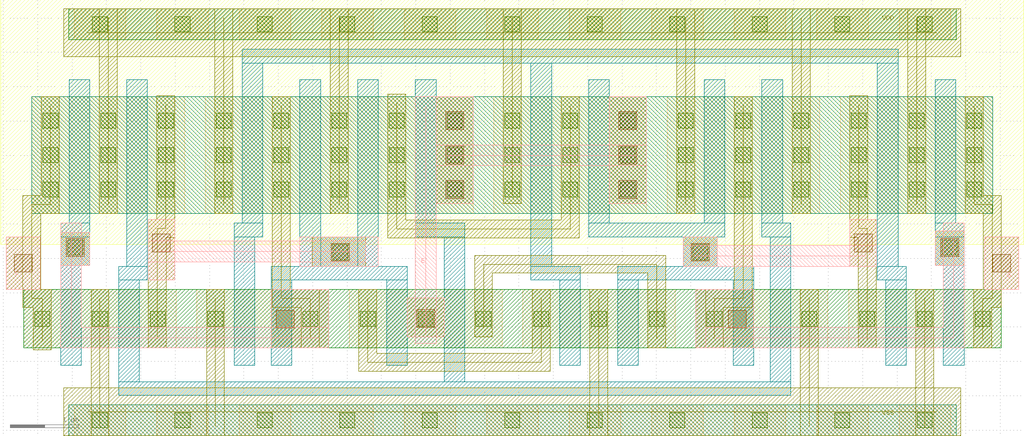
<source format=lef>
  X é 	   ) -é 	   ) - LIB  >A7KÆ§ð9D¸/ ZT é 	   ) -é 	   ) - gf180mcu_gp9t3v3__comp2_1         ,ÿÿ!ß Gÿÿ!ß ëÿÿ* ëÿÿ* Gÿÿ!ß G          ,ÿÿ+· Gÿÿ+· ëÿÿ4c ëÿÿ4c Gÿÿ+· G          ,ÿÿw Gÿÿw ëÿÿ ³ ëÿÿ ³ Gÿÿw G          ,ÿÿ5 Gÿÿ5 ëÿÿ>; ëÿÿ>; Gÿÿ5 G          ,ÿÿ#  ÿÿ# ñÿÿ,/ ñÿÿ,/  ÿÿ#            ,ÿÿ-[  ÿÿ-[ ñÿÿ4Û ñÿÿ4Û  ÿÿ-[            ,ÿÿ6  ÿÿ6 ñÿÿ>³ ñÿÿ>³  ÿÿ6            ,ÿÿ«  ÿÿ« ñÿÿ"W ñÿÿ"W  ÿÿ«            ,ÿÿÿ  ÿÿÿ ñÿÿ ñÿÿ  ÿÿÿ            ,ÿÿ Gÿÿ ëÿÿK ëÿÿK Gÿÿ G          ,ÿÿ'  ÿÿ' ñÿÿÓ ñÿÿÓ  ÿÿ'            ,ÿÿ!v )ÿÿ!v ëÿÿ$d ëÿÿ$d )ÿÿ!v )          ,ÿÿÆ )ÿÿÆ ëÿÿ´ ëÿÿ´ )ÿÿÆ )          ,ÿÿ )ÿÿ ëÿÿ ëÿÿ )ÿÿ )          ,ÿÿf )ÿÿf ëÿÿT ëÿÿT )ÿÿf )          ,ÿÿ¶ )ÿÿ¶ ëÿÿ¤ ëÿÿ¤ )ÿÿ¶ )          ,ÿÿ
 )ÿÿ
 ëÿÿô ëÿÿô )ÿÿ
 )          ,ÿÿ8æ )ÿÿ8æ ëÿÿ;Ô ëÿÿ;Ô )ÿÿ8æ )          ,ÿÿ46 )ÿÿ46 ëÿÿ7$ ëÿÿ7$ )ÿÿ46 )          ,ÿÿ/ )ÿÿ/ ëÿÿ2t ëÿÿ2t )ÿÿ/ )          ,ÿÿ*Ö )ÿÿ*Ö ëÿÿ-Ä ëÿÿ-Ä )ÿÿ*Ö )          ,ÿÿ&& )ÿÿ&& ëÿÿ) ëÿÿ) )ÿÿ&& )          ,ÿÿ!v  ûÿÿ!v  ýaÿÿ$d  ýaÿÿ$d  ûÿÿ!v  û          ,ÿÿÆ  ûÿÿÆ  ýaÿÿ´  ýaÿÿ´  ûÿÿÆ  û          ,ÿÿ  ûÿÿ  ýaÿÿ  ýaÿÿ  ûÿÿ  û          ,ÿÿf  ûÿÿf  ýaÿÿT  ýaÿÿT  ûÿÿf  û          ,ÿÿ¶  ûÿÿ¶  ýaÿÿ¤  ýaÿÿ¤  ûÿÿ¶  û          ,ÿÿ
  ûÿÿ
  ýaÿÿô  ýaÿÿô  ûÿÿ
  û          ,ÿÿ8æ  ûÿÿ8æ  ýaÿÿ;Ô  ýaÿÿ;Ô  ûÿÿ8æ  û          ,ÿÿ46  ûÿÿ46  ýaÿÿ7$  ýaÿÿ7$  ûÿÿ46  û          ,ÿÿ/  ûÿÿ/  ýaÿÿ2t  ýaÿÿ2t  ûÿÿ/  û          ,ÿÿ*Ö  ûÿÿ*Ö  ýaÿÿ-Ä  ýaÿÿ-Ä  ûÿÿ*Ö  û          ,ÿÿ&&  ûÿÿ&&  ýaÿÿ)  ýaÿÿ)  ûÿÿ&&  û          ,ÿÿk »ÿÿk åÿÿ åÿÿ »ÿÿk »          ,ÿÿ1 »ÿÿ1 åÿÿ2G åÿÿ2G »ÿÿ1 »          ,ÿÿ:ó »ÿÿ:ó åÿÿ< åÿÿ< »ÿÿ:ó »          ,ÿÿ8#  ÿ¥ÿÿ8# }ÿÿ9O }ÿÿ9O  ÿ¥ÿÿ8#  ÿ¥          ,ÿÿ1  þµÿÿ1 óÿÿ2¿ óÿÿ2¿  þµÿÿ1  þµ          ,ÿÿ/w  ÿ¥ÿÿ/w }ÿÿ0£ }ÿÿ0£  ÿ¥ÿÿ/w  ÿ¥          ,ÿÿ;k  ÿ¥ÿÿ;k óÿÿ< óÿÿ<  ÿ¥ÿÿ;k  ÿ¥          ,ÿÿ%  ÿ¥ÿÿ% }ÿÿ&Ë }ÿÿ&Ë  ÿ¥ÿÿ%  ÿ¥          ,ÿÿ(ç  ÿ¥ÿÿ(ç }ÿÿ* }ÿÿ*  ÿ¥ÿÿ(ç  ÿ¥          ,ÿÿÇ  ÿ¥ÿÿÇ }ÿÿó }ÿÿó  ÿ¥ÿÿÇ  ÿ¥          ,ÿÿ  þµÿÿ óÿÿ ; óÿÿ ;  þµÿÿ  þµ          ,ÿÿ	C  ÿ¥ÿÿ	C óÿÿ
o óÿÿ
o  ÿ¥ÿÿ	C  ÿ¥          ,ÿÿ  þµÿÿ }ÿÿ· }ÿÿ·  þµÿÿ  þµ          ,ÿÿ  ÿ¥ÿÿ óÿÿG óÿÿG  ÿ¥ÿÿ  ÿ¥          ,ÿÿ7  ÿ¥ÿÿ7 }ÿÿc }ÿÿc  ÿ¥ÿÿ7  ÿ¥          ,ÿÿÛ EÿÿÛ åÿÿ åÿÿ EÿÿÛ E          ,ÿÿ'C »ÿÿ'C åÿÿ(o åÿÿ(o »ÿÿ'C »          ,ÿÿ# Eÿÿ# åÿÿO åÿÿO Eÿÿ# E          ,ÿÿ-Ó »ÿÿ-Ó åÿÿ.ÿ åÿÿ.ÿ »ÿÿ-Ó »          ,ÿÿ7« Eÿÿ7« Õÿÿ8× Õÿÿ8× Eÿÿ7« E          ,ÿÿ#û Eÿÿ#û Õÿÿ%' Õÿÿ%' Eÿÿ#û E          ,ÿÿ,¢ Eÿÿ,¢ óÿÿ. óÿÿ. Eÿÿ,¢ E          ,ÿÿ	» »ÿÿ	» åÿÿ
ç åÿÿ
ç »ÿÿ	» »          ,ÿÿ:ó óÿÿ:ó »ÿÿ< »ÿÿ< óÿÿ:ó ó          ,ÿÿ7« }ÿÿ7« Eÿÿ9O Eÿÿ9O }ÿÿ7« }          ,ÿÿ(ç }ÿÿ(ç Eÿÿ0£ Eÿÿ0£ }ÿÿ(ç }          ,ÿÿ Eÿÿ åÿÿ/ åÿÿ/ Eÿÿ E          ,ÿÿ1 óÿÿ1 »ÿÿ2¿ »ÿÿ2¿ óÿÿ1 ó          ,ÿÿ#û }ÿÿ#û Eÿÿ&Ë Eÿÿ&Ë }ÿÿ#û }          ,ÿÿ »ÿÿ Õÿÿ¿ Õÿÿ¿ »ÿÿ »          ,ÿÿk óÿÿk »ÿÿ ; »ÿÿ ; óÿÿk ó          ,ÿÿ7 }ÿÿ7 Eÿÿó Eÿÿó }ÿÿ7 }          ,ÿÿ óÿÿ »ÿÿ¿ »ÿÿ¿ óÿÿ ó          ,ÿÿ }ÿÿ Eÿÿ/ Eÿÿ/ }ÿÿ }          ,ÿÿ	C óÿÿ	C »ÿÿ
ç »ÿÿ
ç óÿÿ	C ó          ,ÿÿ Õÿÿ ÿÿ8× ÿÿ8× Õÿÿ Õ          ,ÿÿ  ýíÿÿ  þµÿÿ2¿  þµÿÿ2¿  ýíÿÿ  ýí          ,ÿÿ'C óÿÿ'C »ÿÿ.ÿ »ÿÿ.ÿ óÿÿ'C ó          ,ÿÿ Eÿÿ îÿÿ# îÿÿ# Eÿÿ E          ,ÿÿ:ó Oÿÿ:ó »ÿÿ< »ÿÿ< Oÿÿ:ó O          ,ÿÿ	C Oÿÿ	C »ÿÿ
ç »ÿÿ
ç Oÿÿ	C O      !    ,ÿÿ? ÿÿ? ûÿÿ	 ûÿÿ	 ÿÿ?       !    ,ÿÿ? +ÿÿ? ÿÿ	 ÿÿ	 +ÿÿ? +      !    ,ÿÿ? 	7ÿÿ? 
ÿÿ	 
ÿÿ	 	7ÿÿ? 	7      !    ,ÿÿ ÿÿ ûÿÿc ûÿÿc ÿÿ       !    ,ÿÿ +ÿÿ ÿÿc ÿÿc +ÿÿ +      !    ,ÿÿ 	7ÿÿ 
ÿÿc 
ÿÿc 	7ÿÿ 	7      !    ,ÿÿÏ ÿÿÏ ûÿÿ« ûÿÿ« ÿÿÏ       !    ,ÿÿÏ +ÿÿÏ ÿÿ« ÿÿ« +ÿÿÏ +      !    ,ÿÿÏ 	7ÿÿÏ 
ÿÿ« 
ÿÿ« 	7ÿÿÏ 	7      !    ,ÿÿ6/ ÿÿ6/ ûÿÿ7 ûÿÿ7 ÿÿ6/       !    ,ÿÿ6/ +ÿÿ6/ ÿÿ7 ÿÿ7 +ÿÿ6/ +      !    ,ÿÿ6/ 	7ÿÿ6/ 
ÿÿ7 
ÿÿ7 	7ÿÿ6/ 	7      !    ,ÿÿ9w ÿÿ9w ûÿÿ:S ûÿÿ:S ÿÿ9w       !    ,ÿÿ9w +ÿÿ9w ÿÿ:S ÿÿ:S +ÿÿ9w +      !    ,ÿÿ9w 	7ÿÿ9w 
ÿÿ:S 
ÿÿ:S 	7ÿÿ9w 	7      !    ,ÿÿ<¿ ÿÿ<¿ ûÿÿ= ûÿÿ= ÿÿ<¿       !    ,ÿÿ<¿ +ÿÿ<¿ ÿÿ= ÿÿ= +ÿÿ<¿ +      !    ,ÿÿ<¿ 	7ÿÿ<¿ 
ÿÿ= 
ÿÿ= 	7ÿÿ<¿ 	7      !    ,ÿÿ" ÿÿ" ûÿÿ#[ ûÿÿ#[ ÿÿ"       !    ,ÿÿ" +ÿÿ" ÿÿ#[ ÿÿ#[ +ÿÿ" +      !    ,ÿÿ" 	7ÿÿ" 
ÿÿ#[ 
ÿÿ#[ 	7ÿÿ" 	7      !    ,ÿÿ%Ç ÿÿ%Ç ûÿÿ&£ ûÿÿ&£ ÿÿ%Ç       !    ,ÿÿ%Ç +ÿÿ%Ç ÿÿ&£ ÿÿ&£ +ÿÿ%Ç +      !    ,ÿÿ%Ç 	7ÿÿ%Ç 
ÿÿ&£ 
ÿÿ&£ 	7ÿÿ%Ç 	7      !    ,ÿÿ) ÿÿ) ûÿÿ)ë ûÿÿ)ë ÿÿ)       !    ,ÿÿ) +ÿÿ) ÿÿ)ë ÿÿ)ë +ÿÿ) +      !    ,ÿÿ) 	7ÿÿ) 
ÿÿ)ë 
ÿÿ)ë 	7ÿÿ) 	7      !    ,ÿÿ,W ÿÿ,W ûÿÿ-3 ûÿÿ-3 ÿÿ,W       !    ,ÿÿ,W +ÿÿ,W ÿÿ-3 ÿÿ-3 +ÿÿ,W +      !    ,ÿÿ,W 	7ÿÿ,W 
ÿÿ-3 
ÿÿ-3 	7ÿÿ,W 	7      !    ,ÿÿ/ ÿÿ/ ûÿÿ0{ ûÿÿ0{ ÿÿ/       !    ,ÿÿ/ +ÿÿ/ ÿÿ0{ ÿÿ0{ +ÿÿ/ +      !    ,ÿÿ/ 	7ÿÿ/ 
ÿÿ0{ 
ÿÿ0{ 	7ÿÿ/ 	7      !    ,ÿÿ2ç ÿÿ2ç ûÿÿ3Ã ûÿÿ3Ã ÿÿ2ç       !    ,ÿÿ2ç +ÿÿ2ç ÿÿ3Ã ÿÿ3Ã +ÿÿ2ç +      !    ,ÿÿ2ç 	7ÿÿ2ç 
ÿÿ3Ã 
ÿÿ3Ã 	7ÿÿ2ç 	7      !    ,ÿÿï 	7ÿÿï 
ÿÿË 
ÿÿË 	7ÿÿï 	7      !    ,ÿÿï +ÿÿï ÿÿË ÿÿË +ÿÿï +      !    ,ÿÿï ÿÿï ûÿÿË ûÿÿË ÿÿï       !    ,ÿÿ§ 	7ÿÿ§ 
ÿÿ 
ÿÿ 	7ÿÿ§ 	7      !    ,ÿÿ§ +ÿÿ§ ÿÿ ÿÿ +ÿÿ§ +      !    ,ÿÿ§ ÿÿ§ ûÿÿ ûÿÿ ÿÿ§       !    ,ÿÿ_ 	7ÿÿ_ 
ÿÿ; 
ÿÿ; 	7ÿÿ_ 	7      !    ,ÿÿ_ +ÿÿ_ ÿÿ; ÿÿ; +ÿÿ_ +      !    ,ÿÿ_ ÿÿ_ ûÿÿ; ûÿÿ; ÿÿ_       !    ,ÿÿ 	7ÿÿ 
ÿÿó 
ÿÿó 	7ÿÿ 	7      !    ,ÿÿ +ÿÿ ÿÿó ÿÿó +ÿÿ +      !    ,ÿÿ ÿÿ ûÿÿó ûÿÿó ÿÿ       !    ,ÿÿ7 	7ÿÿ7 
ÿÿ  
ÿÿ  	7ÿÿ7 	7      !    ,ÿÿ7 +ÿÿ7 ÿÿ  ÿÿ  +ÿÿ7 +      !    ,ÿÿ7 ÿÿ7 ûÿÿ  ûÿÿ  ÿÿ7       !    ,ÿÿÇ ÚÿÿÇ ¶ÿÿ£ ¶ÿÿ£ ÚÿÿÇ Ú      !    ,ÿÿ Úÿÿ ¶ÿÿë ¶ÿÿë Úÿÿ Ú      !    ,ÿÿW ÚÿÿW ¶ÿÿ3 ¶ÿÿ3 ÚÿÿW Ú      !    ,ÿÿ Úÿÿ ¶ÿÿ{ ¶ÿÿ{ Úÿÿ Ú      !    ,ÿÿ Úÿÿ ¶ÿÿß ¶ÿÿß Úÿÿ Ú      !    ,ÿÿK ÚÿÿK ¶ÿÿ' ¶ÿÿ' ÚÿÿK Ú      !    ,ÿÿ Úÿÿ ¶ÿÿo ¶ÿÿo Úÿÿ Ú      !    ,ÿÿ Û Úÿÿ Û ¶ÿÿ!· ¶ÿÿ!· Úÿÿ Û Ú      !    ,ÿÿ$# Úÿÿ$# ¶ÿÿ$ÿ ¶ÿÿ$ÿ Úÿÿ$# Ú      !    ,ÿÿ'k Úÿÿ'k ¶ÿÿ(G ¶ÿÿ(G Úÿÿ'k Ú      !    ,ÿÿ*³ Úÿÿ*³ ¶ÿÿ+ ¶ÿÿ+ Úÿÿ*³ Ú      !    ,ÿÿ6§ Úÿÿ6§ ¶ÿÿ7 ¶ÿÿ7 Úÿÿ6§ Ú      !    ,ÿÿ9ï Úÿÿ9ï ¶ÿÿ:Ë ¶ÿÿ:Ë Úÿÿ9ï Ú      !    ,ÿÿ=7 Úÿÿ=7 ¶ÿÿ> ¶ÿÿ> Úÿÿ=7 Ú      !    ,ÿÿ-û Úÿÿ-û ¶ÿÿ.× ¶ÿÿ.× Úÿÿ-û Ú      !    ,ÿÿ3_ Úÿÿ3_ ¶ÿÿ4; ¶ÿÿ4; Úÿÿ3_ Ú      !    ,ÿÿ" ÿÿ" xÿÿ#[ xÿÿ#[ ÿÿ"       !    ,ÿÿÏ ÿÿÏ xÿÿ« xÿÿ« ÿÿÏ       !    ,ÿÿ ÿÿ xÿÿû xÿÿû ÿÿ       !    ,ÿÿo ÿÿo xÿÿK xÿÿK ÿÿo       !    ,ÿÿ¿ ÿÿ¿ xÿÿ xÿÿ ÿÿ¿       !    ,ÿÿ ÿÿ xÿÿë xÿÿë ÿÿ       !    ,ÿÿ9ï ÿÿ9ï xÿÿ:Ë xÿÿ:Ë ÿÿ9ï       !    ,ÿÿ5? ÿÿ5? xÿÿ6 xÿÿ6 ÿÿ5?       !    ,ÿÿ0 ÿÿ0 xÿÿ1k xÿÿ1k ÿÿ0       !    ,ÿÿ+ß ÿÿ+ß xÿÿ,» xÿÿ,» ÿÿ+ß       !    ,ÿÿ'/ ÿÿ'/ xÿÿ( xÿÿ( ÿÿ'/       !    ,ÿÿ"  üÿÿ"  üîÿÿ#[  üîÿÿ#[  üÿÿ"  ü      !    ,ÿÿÏ  üÿÿÏ  üîÿÿ«  üîÿÿ«  üÿÿÏ  ü      !    ,ÿÿ  üÿÿ  üîÿÿû  üîÿÿû  üÿÿ  ü      !    ,ÿÿo  üÿÿo  üîÿÿK  üîÿÿK  üÿÿo  ü      !    ,ÿÿ¿  üÿÿ¿  üîÿÿ  üîÿÿ  üÿÿ¿  ü      !    ,ÿÿ  üÿÿ  üîÿÿë  üîÿÿë  üÿÿ  ü      !    ,ÿÿ9ï  üÿÿ9ï  üîÿÿ:Ë  üîÿÿ:Ë  üÿÿ9ï  ü      !    ,ÿÿ5?  üÿÿ5?  üîÿÿ6  üîÿÿ6  üÿÿ5?  ü      !    ,ÿÿ0  üÿÿ0  üîÿÿ1k  üîÿÿ1k  üÿÿ0  ü      !    ,ÿÿ+ß  üÿÿ+ß  üîÿÿ,»  üîÿÿ,»  üÿÿ+ß  ü      !    ,ÿÿ'/  üÿÿ'/  üîÿÿ(  üîÿÿ(  üÿÿ'/  ü      !    ,ÿÿ;W êÿÿ;W Æÿÿ<3 Æÿÿ<3 êÿÿ;W ê      !    ,ÿÿ-. ¤ÿÿ-. ÿÿ.
 ÿÿ.
 ¤ÿÿ-. ¤      !    ,ÿÿ	§ êÿÿ	§ Æÿÿ
 Æÿÿ
 êÿÿ	§ ê      !    ,ÿÿ¶ ¤ÿÿ¶ ÿÿ ÿÿ ¤ÿÿ¶ ¤   	   "    !     4ÿÿ=¥ &ÿÿ=¥ oÿÿ>1 oÿÿ>1 Éÿÿ=- Éÿÿ=- i   	   "    !     $ÿÿ8 xÿÿ8 kÿÿÀ kÿÿÀ !   	   "    !     4ÿÿ5 ÿÿ5 oÿÿ oÿÿ Éÿÿ¨ Éÿÿ¨ i   	   "    !     $ÿÿ6 xÿÿ6 kÿÿ7 kÿÿ7 !   	   "    !     $ÿÿ.i !ÿÿ.i oÿÿ0 oÿÿ0 i   	   "    !     $ÿÿq !ÿÿq oÿÿÍ oÿÿÍ i   	   "    !     ÿÿ"í 	Zÿÿ"í i   	   "    !    ¼ ÿÿ; ÿÿ
Î    	   "    !    ¼ ÿÿ;  üýÿÿ
Î  üý   	   "    !     ÿÿ} oÿÿ}  ü!   	   "    !     ÿÿ oÿÿ  ü!   	   "    !     ÿÿ'Ô oÿÿ'Ô  ü!   	   "    !     ÿÿ3Í oÿÿ3Í  ü!   	   "    !     ÿÿ:] oÿÿ:]  ü!   	   "    !     ÿÿõ Éÿÿõ i   	   "    !     ÿÿ Éÿÿ i   	   "    !     ÿÿ Éÿÿ i   	   "    !     ÿÿ,Å Éÿÿ,Å i   	   "    !     ÿÿ3U Éÿÿ3U i   	   "    !     ÿÿ9å Éÿÿ9å i   	   "    !     $ÿÿ] ÿÿ] fÿÿ&5 fÿÿ&5 i   	   "    !     $ÿÿ´ oÿÿ´  ÿÍÿÿ$  ÿÍÿÿ$ o   	   "    !     $ÿÿ!I Áÿÿ!I cÿÿ+! cÿÿ+! !      "    ,ÿÿ(o Øÿÿ(o ëÿÿ* ëÿÿ* Øÿÿ(o Ø      "    ,ÿÿ Øÿÿ ëÿÿ ³ ëÿÿ ³ Øÿÿ Ø      "    ,ÿÿó ?ÿÿó yÿÿ yÿÿ ?ÿÿó ?      "    ,ÿÿ-[  ÿÿ-[ ñÿÿ0£ ñÿÿ0£  ÿÿ-[        "    ,ÿÿ:ó Oÿÿ:ó Hÿÿ< Hÿÿ< Oÿÿ:ó O      "    ,ÿÿ6 Eÿÿ6 íÿÿ7 íÿÿ7 Eÿÿ6 E      "    ,ÿÿ,¢ Eÿÿ,¢ óÿÿ. óÿÿ. Eÿÿ,¢ E      "    ,ÿÿ=Ã ñÿÿ=Ã îÿÿ?² îÿÿ?² ñÿÿ=Ã ñ      "    ,ÿÿ( ñÿÿ( îÿÿ îÿÿ ñÿÿ( ñ      "    ,ÿÿ	C Oÿÿ	C /ÿÿ
ç /ÿÿ
ç Oÿÿ	C O      "    ,ÿÿ7  ÿÿ7 ñÿÿ ñÿÿ  ÿÿ7        "    ,ÿÿ> }ÿÿ> íÿÿº íÿÿº }ÿÿ> }      "    ,ÿÿ Eÿÿ îÿÿ îÿÿ Eÿÿ E          ,ÿÿÝ ÿÿÝ mÿÿ?ý mÿÿ?ý ÿÿÝ       #    ,ÿÿ# 	#ÿÿ# 
'ÿÿ ' 
'ÿÿ ' 	#ÿÿ# 	#      #    ,ÿÿ# ÿÿ# ÿÿ ' ÿÿ ' ÿÿ#       #    ,ÿÿ# ÿÿ# ÿÿ ' ÿÿ ' ÿÿ#       #    ,ÿÿ(û ÿÿ(û ÿÿ)ÿ ÿÿ)ÿ ÿÿ(û       #    ,ÿÿ(û ÿÿ(û ÿÿ)ÿ ÿÿ)ÿ ÿÿ(û       #    ,ÿÿ(û 	#ÿÿ(û 
'ÿÿ)ÿ 
'ÿÿ)ÿ 	#ÿÿ(û 	#      #    ,ÿÿ Ëÿÿ Ïÿÿ Ïÿÿ Ëÿÿ Ë      #    ,ÿÿ/1 Áÿÿ/1 Åÿÿ05 Åÿÿ05 Áÿÿ/1 Á      #    ,ÿÿ;C Öÿÿ;C Úÿÿ<G Úÿÿ<G Öÿÿ;C Ö      #    ,ÿÿ6\ ÿÿ6\ ÿÿ7` ÿÿ7` ÿÿ6\       #    ,ÿÿ- ÿÿ- ÿÿ. ÿÿ. ÿÿ-       #    ,ÿÿ>; ðÿÿ>; ôÿÿ?? ôÿÿ?? ðÿÿ>; ð      #    ,ÿÿ  ðÿÿ  ôÿÿ¤ ôÿÿ¤ ðÿÿ  ð      #    ,ÿÿ	 Öÿÿ	 Úÿÿ
 Úÿÿ
 Öÿÿ	 Ö      #    ,ÿÿ Áÿÿ Åÿÿ Åÿÿ Áÿÿ Á      #    ,ÿÿu ÿÿu ÿÿy ÿÿy ÿÿu       #    ,ÿÿ¢ ÿÿ¢ ÿÿ¦ ÿÿ¦ ÿÿ¢    	   $    !    , ÿÿ.} 5ÿÿ< 5ÿÿ< %   	   $    !    , ÿÿ-8 Ûÿÿ7 Û   	   $    !    , ÿÿé 5ÿÿ	Ù 5ÿÿ	Ù %   	   $    !    , ÿÿ ÿÿÔ    	   $    !    , ÿÿ- ÿÿ)õ    	   $    !    , ÿÿ vÿÿ U      $    ,ÿÿ(o Øÿÿ(o ëÿÿ* ëÿÿ* Øÿÿ(o Ø      $    ,ÿÿ Øÿÿ ëÿÿ ³ ëÿÿ ³ Øÿÿ Ø      $    ,ÿÿó ?ÿÿó yÿÿ yÿÿ ?ÿÿó ?      $    ,ÿÿ-[  ÿÿ-[ ñÿÿ0£ ñÿÿ0£  ÿÿ-[        $    ,ÿÿ6 Eÿÿ6 íÿÿ7 íÿÿ7 Eÿÿ6 E      $    ,ÿÿ,¢ Eÿÿ,¢ óÿÿ. óÿÿ. Eÿÿ,¢ E      $    ,ÿÿ=Ã ñÿÿ=Ã îÿÿ?² îÿÿ?² ñÿÿ=Ã ñ      $    ,ÿÿ( ñÿÿ( îÿÿ îÿÿ ñÿÿ( ñ      $    ,ÿÿ	C Oÿÿ	C /ÿÿ
ç /ÿÿ
ç Oÿÿ	C O      $    ,ÿÿ7  ÿÿ7 ñÿÿ ñÿÿ  ÿÿ7        $    ,ÿÿ> }ÿÿ> íÿÿº íÿÿº }ÿÿ> }      $    ,ÿÿÛ EÿÿÛ îÿÿO îÿÿO EÿÿÛ E      $    ,ÿÿ:ó Oÿÿ:ó Hÿÿ< Hÿÿ< Oÿÿ:ó O          ,ÿÿ Gÿÿ ëÿÿ>; ëÿÿ>; Gÿÿ G          ,ÿÿ	¶  ûÿÿ	¶  ýaÿÿ<$  ýaÿÿ<$  ûÿÿ	¶  û           ,ÿÿ	¶ )ÿÿ	¶ ëÿÿ<$ ëÿÿ<$ )ÿÿ	¶ )           ,ÿÿ'  ÿÿ' ñÿÿ>³ ñÿÿ>³  ÿÿ'        $  
   ÿÿ   L       $  
   ÿÿ¶ J E       $  
   ÿÿ? x G       "  
   ÿÿ7ì  VDD       "  
   ÿÿ7ì  ü¨ VSS       
</source>
